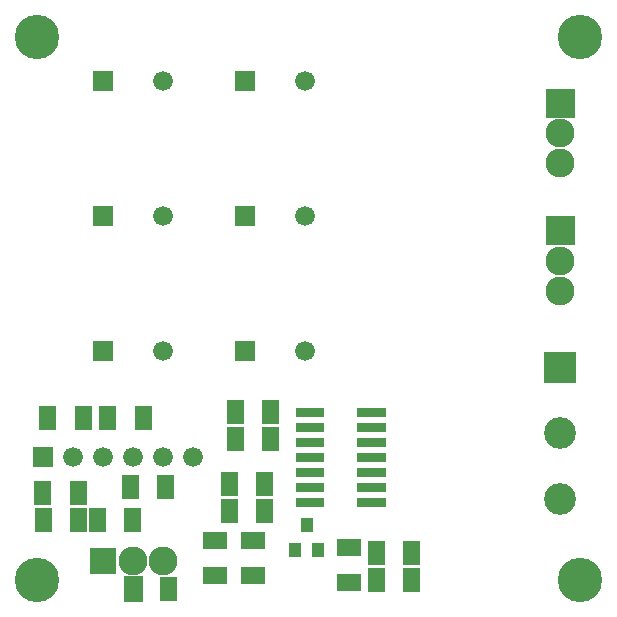
<source format=gbr>
G04 start of page 6 for group -4062 idx -4062 *
G04 Title: Motor regeling, soldermask *
G04 Creator: pcb 20110918 *
G04 CreationDate: Wed 01 Jan 2014 11:15:16 PM GMT UTC *
G04 For: thba *
G04 Format: Gerber/RS-274X *
G04 PCB-Dimensions: 197000 197000 *
G04 PCB-Coordinate-Origin: lower left *
%MOIN*%
%FSLAX25Y25*%
%LNBOTTOMMASK*%
%ADD67R,0.0622X0.0622*%
%ADD66R,0.0572X0.0572*%
%ADD65R,0.0300X0.0300*%
%ADD64R,0.0400X0.0400*%
%ADD63C,0.1479*%
%ADD62C,0.0660*%
%ADD61C,0.1060*%
%ADD60C,0.0960*%
%ADD59C,0.0001*%
G54D59*G36*
X177700Y129300D02*Y119700D01*
X187300D01*
Y129300D01*
X177700D01*
G37*
G36*
Y171800D02*Y162200D01*
X187300D01*
Y171800D01*
X177700D01*
G37*
G54D60*X182500Y157000D03*
Y147000D03*
Y114500D03*
Y104500D03*
G54D59*G36*
X177200Y84200D02*Y73600D01*
X187800D01*
Y84200D01*
X177200D01*
G37*
G54D61*X182500Y57000D03*
Y35100D03*
G54D59*G36*
X26700Y177800D02*Y171200D01*
X33300D01*
Y177800D01*
X26700D01*
G37*
G36*
Y132800D02*Y126200D01*
X33300D01*
Y132800D01*
X26700D01*
G37*
G54D62*X50000Y174500D03*
G54D59*G36*
X74200Y132800D02*Y126200D01*
X80800D01*
Y132800D01*
X74200D01*
G37*
G54D62*X50000Y129500D03*
X97500D03*
G54D59*G36*
X74200Y177800D02*Y171200D01*
X80800D01*
Y177800D01*
X74200D01*
G37*
G54D62*X97500Y174500D03*
G54D59*G36*
X74200Y87800D02*Y81200D01*
X80800D01*
Y87800D01*
X74200D01*
G37*
G54D62*X97500Y84500D03*
X50000D03*
G54D59*G36*
X26700Y87800D02*Y81200D01*
X33300D01*
Y87800D01*
X26700D01*
G37*
G36*
X25700Y18800D02*Y10200D01*
X34300D01*
Y18800D01*
X25700D01*
G37*
G54D60*X40000Y14500D03*
X50000D03*
G54D59*G36*
X6700Y52300D02*Y45700D01*
X13300D01*
Y52300D01*
X6700D01*
G37*
G54D62*X20000Y49000D03*
X30000D03*
X40000D03*
X50000D03*
X60000D03*
G54D63*X8000Y8000D03*
Y189000D03*
X189000D03*
Y8000D03*
G54D64*X97900Y26595D02*Y25995D01*
G54D65*X116250Y34000D02*X122750D01*
G54D66*X132905Y9181D02*Y6819D01*
X121095Y18181D02*Y15819D01*
X110819Y18905D02*X113181D01*
X132905Y18181D02*Y15819D01*
X121095Y9181D02*Y6819D01*
X110819Y7095D02*X113181D01*
X66319Y9500D02*X68681D01*
X66319Y21310D02*X68681D01*
X78819Y9500D02*X81181D01*
X78819Y21310D02*X81181D01*
G54D64*X101800Y18395D02*Y17795D01*
X94000Y18395D02*Y17795D01*
G54D66*X39095Y40181D02*Y37819D01*
X39905Y29181D02*Y26819D01*
X50905Y40181D02*Y37819D01*
G54D67*X40190Y6181D02*Y3819D01*
G54D66*X52000Y6181D02*Y3819D01*
X11595Y63181D02*Y60819D01*
X23405Y63181D02*Y60819D01*
X31595Y63181D02*Y60819D01*
X43405Y63181D02*Y60819D01*
X74095Y65181D02*Y62819D01*
X85905Y65181D02*Y62819D01*
X21905Y29181D02*Y26819D01*
X10095Y29181D02*Y26819D01*
X28095Y29181D02*Y26819D01*
X10000Y38181D02*Y35819D01*
X21810Y38181D02*Y35819D01*
X72095Y41181D02*Y38819D01*
Y32181D02*Y29819D01*
X74095Y56181D02*Y53819D01*
X83905Y41181D02*Y38819D01*
Y32181D02*Y29819D01*
X85905Y56181D02*Y53819D01*
G54D65*X95750Y34000D02*X102250D01*
X95750Y39000D02*X102250D01*
X95750Y44000D02*X102250D01*
X95750Y49000D02*X102250D01*
X95750Y54000D02*X102250D01*
X95750Y59000D02*X102250D01*
X95750Y64000D02*X102250D01*
X116250D02*X122750D01*
X116250Y59000D02*X122750D01*
X116250Y54000D02*X122750D01*
X116250Y49000D02*X122750D01*
X116250Y44000D02*X122750D01*
X116250Y39000D02*X122750D01*
M02*

</source>
